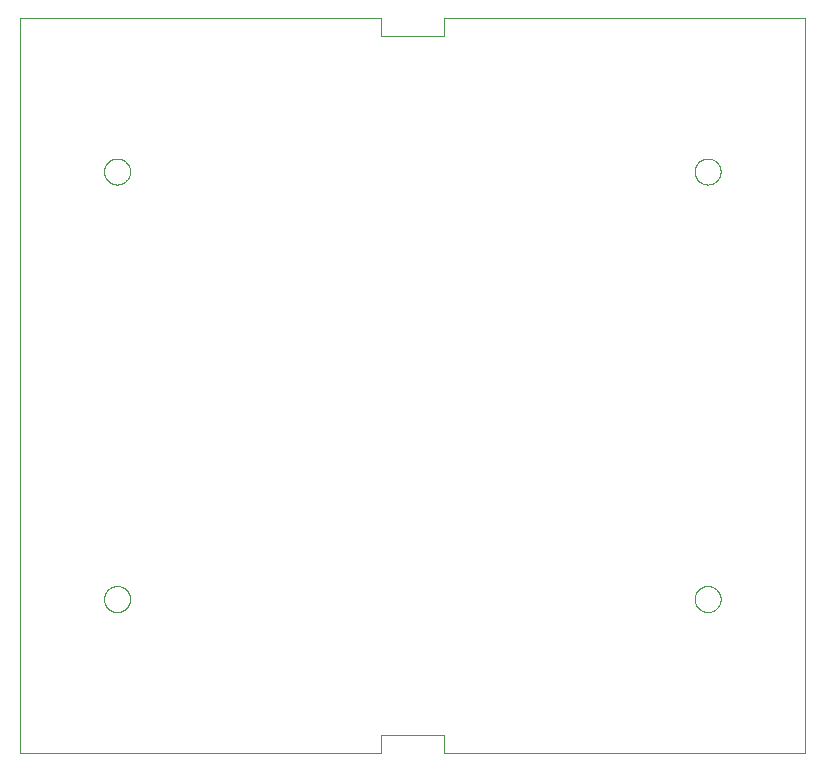
<source format=gtp>
G04 EAGLE Gerber RS-274X export*
G75*
%MOMM*%
%FSLAX34Y34*%
%LPD*%
%INPaste Mask Top*%
%IPPOS*%
%AMOC8*
5,1,8,0,0,1.08239X$1,22.5*%
G01*
%ADD10C,0.000000*%


D10*
X0Y0D02*
X306000Y0D01*
X306000Y15000D01*
X359000Y15000D01*
X359000Y0D01*
X665000Y0D01*
X665000Y622000D01*
X359000Y622000D01*
X359000Y607000D01*
X306000Y607000D01*
X306000Y622000D01*
X0Y622000D01*
X0Y0D01*
X71500Y492000D02*
X71503Y492270D01*
X71513Y492540D01*
X71530Y492809D01*
X71553Y493078D01*
X71583Y493347D01*
X71619Y493614D01*
X71662Y493881D01*
X71711Y494146D01*
X71767Y494410D01*
X71830Y494673D01*
X71898Y494934D01*
X71974Y495193D01*
X72055Y495450D01*
X72143Y495706D01*
X72237Y495959D01*
X72337Y496210D01*
X72444Y496458D01*
X72556Y496703D01*
X72675Y496946D01*
X72799Y497185D01*
X72929Y497422D01*
X73065Y497655D01*
X73207Y497885D01*
X73354Y498111D01*
X73507Y498334D01*
X73665Y498553D01*
X73828Y498768D01*
X73997Y498978D01*
X74171Y499185D01*
X74350Y499387D01*
X74533Y499585D01*
X74722Y499778D01*
X74915Y499967D01*
X75113Y500150D01*
X75315Y500329D01*
X75522Y500503D01*
X75732Y500672D01*
X75947Y500835D01*
X76166Y500993D01*
X76389Y501146D01*
X76615Y501293D01*
X76845Y501435D01*
X77078Y501571D01*
X77315Y501701D01*
X77554Y501825D01*
X77797Y501944D01*
X78042Y502056D01*
X78290Y502163D01*
X78541Y502263D01*
X78794Y502357D01*
X79050Y502445D01*
X79307Y502526D01*
X79566Y502602D01*
X79827Y502670D01*
X80090Y502733D01*
X80354Y502789D01*
X80619Y502838D01*
X80886Y502881D01*
X81153Y502917D01*
X81422Y502947D01*
X81691Y502970D01*
X81960Y502987D01*
X82230Y502997D01*
X82500Y503000D01*
X82770Y502997D01*
X83040Y502987D01*
X83309Y502970D01*
X83578Y502947D01*
X83847Y502917D01*
X84114Y502881D01*
X84381Y502838D01*
X84646Y502789D01*
X84910Y502733D01*
X85173Y502670D01*
X85434Y502602D01*
X85693Y502526D01*
X85950Y502445D01*
X86206Y502357D01*
X86459Y502263D01*
X86710Y502163D01*
X86958Y502056D01*
X87203Y501944D01*
X87446Y501825D01*
X87685Y501701D01*
X87922Y501571D01*
X88155Y501435D01*
X88385Y501293D01*
X88611Y501146D01*
X88834Y500993D01*
X89053Y500835D01*
X89268Y500672D01*
X89478Y500503D01*
X89685Y500329D01*
X89887Y500150D01*
X90085Y499967D01*
X90278Y499778D01*
X90467Y499585D01*
X90650Y499387D01*
X90829Y499185D01*
X91003Y498978D01*
X91172Y498768D01*
X91335Y498553D01*
X91493Y498334D01*
X91646Y498111D01*
X91793Y497885D01*
X91935Y497655D01*
X92071Y497422D01*
X92201Y497185D01*
X92325Y496946D01*
X92444Y496703D01*
X92556Y496458D01*
X92663Y496210D01*
X92763Y495959D01*
X92857Y495706D01*
X92945Y495450D01*
X93026Y495193D01*
X93102Y494934D01*
X93170Y494673D01*
X93233Y494410D01*
X93289Y494146D01*
X93338Y493881D01*
X93381Y493614D01*
X93417Y493347D01*
X93447Y493078D01*
X93470Y492809D01*
X93487Y492540D01*
X93497Y492270D01*
X93500Y492000D01*
X93497Y491730D01*
X93487Y491460D01*
X93470Y491191D01*
X93447Y490922D01*
X93417Y490653D01*
X93381Y490386D01*
X93338Y490119D01*
X93289Y489854D01*
X93233Y489590D01*
X93170Y489327D01*
X93102Y489066D01*
X93026Y488807D01*
X92945Y488550D01*
X92857Y488294D01*
X92763Y488041D01*
X92663Y487790D01*
X92556Y487542D01*
X92444Y487297D01*
X92325Y487054D01*
X92201Y486815D01*
X92071Y486578D01*
X91935Y486345D01*
X91793Y486115D01*
X91646Y485889D01*
X91493Y485666D01*
X91335Y485447D01*
X91172Y485232D01*
X91003Y485022D01*
X90829Y484815D01*
X90650Y484613D01*
X90467Y484415D01*
X90278Y484222D01*
X90085Y484033D01*
X89887Y483850D01*
X89685Y483671D01*
X89478Y483497D01*
X89268Y483328D01*
X89053Y483165D01*
X88834Y483007D01*
X88611Y482854D01*
X88385Y482707D01*
X88155Y482565D01*
X87922Y482429D01*
X87685Y482299D01*
X87446Y482175D01*
X87203Y482056D01*
X86958Y481944D01*
X86710Y481837D01*
X86459Y481737D01*
X86206Y481643D01*
X85950Y481555D01*
X85693Y481474D01*
X85434Y481398D01*
X85173Y481330D01*
X84910Y481267D01*
X84646Y481211D01*
X84381Y481162D01*
X84114Y481119D01*
X83847Y481083D01*
X83578Y481053D01*
X83309Y481030D01*
X83040Y481013D01*
X82770Y481003D01*
X82500Y481000D01*
X82230Y481003D01*
X81960Y481013D01*
X81691Y481030D01*
X81422Y481053D01*
X81153Y481083D01*
X80886Y481119D01*
X80619Y481162D01*
X80354Y481211D01*
X80090Y481267D01*
X79827Y481330D01*
X79566Y481398D01*
X79307Y481474D01*
X79050Y481555D01*
X78794Y481643D01*
X78541Y481737D01*
X78290Y481837D01*
X78042Y481944D01*
X77797Y482056D01*
X77554Y482175D01*
X77315Y482299D01*
X77078Y482429D01*
X76845Y482565D01*
X76615Y482707D01*
X76389Y482854D01*
X76166Y483007D01*
X75947Y483165D01*
X75732Y483328D01*
X75522Y483497D01*
X75315Y483671D01*
X75113Y483850D01*
X74915Y484033D01*
X74722Y484222D01*
X74533Y484415D01*
X74350Y484613D01*
X74171Y484815D01*
X73997Y485022D01*
X73828Y485232D01*
X73665Y485447D01*
X73507Y485666D01*
X73354Y485889D01*
X73207Y486115D01*
X73065Y486345D01*
X72929Y486578D01*
X72799Y486815D01*
X72675Y487054D01*
X72556Y487297D01*
X72444Y487542D01*
X72337Y487790D01*
X72237Y488041D01*
X72143Y488294D01*
X72055Y488550D01*
X71974Y488807D01*
X71898Y489066D01*
X71830Y489327D01*
X71767Y489590D01*
X71711Y489854D01*
X71662Y490119D01*
X71619Y490386D01*
X71583Y490653D01*
X71553Y490922D01*
X71530Y491191D01*
X71513Y491460D01*
X71503Y491730D01*
X71500Y492000D01*
X571500Y130000D02*
X571503Y130270D01*
X571513Y130540D01*
X571530Y130809D01*
X571553Y131078D01*
X571583Y131347D01*
X571619Y131614D01*
X571662Y131881D01*
X571711Y132146D01*
X571767Y132410D01*
X571830Y132673D01*
X571898Y132934D01*
X571974Y133193D01*
X572055Y133450D01*
X572143Y133706D01*
X572237Y133959D01*
X572337Y134210D01*
X572444Y134458D01*
X572556Y134703D01*
X572675Y134946D01*
X572799Y135185D01*
X572929Y135422D01*
X573065Y135655D01*
X573207Y135885D01*
X573354Y136111D01*
X573507Y136334D01*
X573665Y136553D01*
X573828Y136768D01*
X573997Y136978D01*
X574171Y137185D01*
X574350Y137387D01*
X574533Y137585D01*
X574722Y137778D01*
X574915Y137967D01*
X575113Y138150D01*
X575315Y138329D01*
X575522Y138503D01*
X575732Y138672D01*
X575947Y138835D01*
X576166Y138993D01*
X576389Y139146D01*
X576615Y139293D01*
X576845Y139435D01*
X577078Y139571D01*
X577315Y139701D01*
X577554Y139825D01*
X577797Y139944D01*
X578042Y140056D01*
X578290Y140163D01*
X578541Y140263D01*
X578794Y140357D01*
X579050Y140445D01*
X579307Y140526D01*
X579566Y140602D01*
X579827Y140670D01*
X580090Y140733D01*
X580354Y140789D01*
X580619Y140838D01*
X580886Y140881D01*
X581153Y140917D01*
X581422Y140947D01*
X581691Y140970D01*
X581960Y140987D01*
X582230Y140997D01*
X582500Y141000D01*
X582770Y140997D01*
X583040Y140987D01*
X583309Y140970D01*
X583578Y140947D01*
X583847Y140917D01*
X584114Y140881D01*
X584381Y140838D01*
X584646Y140789D01*
X584910Y140733D01*
X585173Y140670D01*
X585434Y140602D01*
X585693Y140526D01*
X585950Y140445D01*
X586206Y140357D01*
X586459Y140263D01*
X586710Y140163D01*
X586958Y140056D01*
X587203Y139944D01*
X587446Y139825D01*
X587685Y139701D01*
X587922Y139571D01*
X588155Y139435D01*
X588385Y139293D01*
X588611Y139146D01*
X588834Y138993D01*
X589053Y138835D01*
X589268Y138672D01*
X589478Y138503D01*
X589685Y138329D01*
X589887Y138150D01*
X590085Y137967D01*
X590278Y137778D01*
X590467Y137585D01*
X590650Y137387D01*
X590829Y137185D01*
X591003Y136978D01*
X591172Y136768D01*
X591335Y136553D01*
X591493Y136334D01*
X591646Y136111D01*
X591793Y135885D01*
X591935Y135655D01*
X592071Y135422D01*
X592201Y135185D01*
X592325Y134946D01*
X592444Y134703D01*
X592556Y134458D01*
X592663Y134210D01*
X592763Y133959D01*
X592857Y133706D01*
X592945Y133450D01*
X593026Y133193D01*
X593102Y132934D01*
X593170Y132673D01*
X593233Y132410D01*
X593289Y132146D01*
X593338Y131881D01*
X593381Y131614D01*
X593417Y131347D01*
X593447Y131078D01*
X593470Y130809D01*
X593487Y130540D01*
X593497Y130270D01*
X593500Y130000D01*
X593497Y129730D01*
X593487Y129460D01*
X593470Y129191D01*
X593447Y128922D01*
X593417Y128653D01*
X593381Y128386D01*
X593338Y128119D01*
X593289Y127854D01*
X593233Y127590D01*
X593170Y127327D01*
X593102Y127066D01*
X593026Y126807D01*
X592945Y126550D01*
X592857Y126294D01*
X592763Y126041D01*
X592663Y125790D01*
X592556Y125542D01*
X592444Y125297D01*
X592325Y125054D01*
X592201Y124815D01*
X592071Y124578D01*
X591935Y124345D01*
X591793Y124115D01*
X591646Y123889D01*
X591493Y123666D01*
X591335Y123447D01*
X591172Y123232D01*
X591003Y123022D01*
X590829Y122815D01*
X590650Y122613D01*
X590467Y122415D01*
X590278Y122222D01*
X590085Y122033D01*
X589887Y121850D01*
X589685Y121671D01*
X589478Y121497D01*
X589268Y121328D01*
X589053Y121165D01*
X588834Y121007D01*
X588611Y120854D01*
X588385Y120707D01*
X588155Y120565D01*
X587922Y120429D01*
X587685Y120299D01*
X587446Y120175D01*
X587203Y120056D01*
X586958Y119944D01*
X586710Y119837D01*
X586459Y119737D01*
X586206Y119643D01*
X585950Y119555D01*
X585693Y119474D01*
X585434Y119398D01*
X585173Y119330D01*
X584910Y119267D01*
X584646Y119211D01*
X584381Y119162D01*
X584114Y119119D01*
X583847Y119083D01*
X583578Y119053D01*
X583309Y119030D01*
X583040Y119013D01*
X582770Y119003D01*
X582500Y119000D01*
X582230Y119003D01*
X581960Y119013D01*
X581691Y119030D01*
X581422Y119053D01*
X581153Y119083D01*
X580886Y119119D01*
X580619Y119162D01*
X580354Y119211D01*
X580090Y119267D01*
X579827Y119330D01*
X579566Y119398D01*
X579307Y119474D01*
X579050Y119555D01*
X578794Y119643D01*
X578541Y119737D01*
X578290Y119837D01*
X578042Y119944D01*
X577797Y120056D01*
X577554Y120175D01*
X577315Y120299D01*
X577078Y120429D01*
X576845Y120565D01*
X576615Y120707D01*
X576389Y120854D01*
X576166Y121007D01*
X575947Y121165D01*
X575732Y121328D01*
X575522Y121497D01*
X575315Y121671D01*
X575113Y121850D01*
X574915Y122033D01*
X574722Y122222D01*
X574533Y122415D01*
X574350Y122613D01*
X574171Y122815D01*
X573997Y123022D01*
X573828Y123232D01*
X573665Y123447D01*
X573507Y123666D01*
X573354Y123889D01*
X573207Y124115D01*
X573065Y124345D01*
X572929Y124578D01*
X572799Y124815D01*
X572675Y125054D01*
X572556Y125297D01*
X572444Y125542D01*
X572337Y125790D01*
X572237Y126041D01*
X572143Y126294D01*
X572055Y126550D01*
X571974Y126807D01*
X571898Y127066D01*
X571830Y127327D01*
X571767Y127590D01*
X571711Y127854D01*
X571662Y128119D01*
X571619Y128386D01*
X571583Y128653D01*
X571553Y128922D01*
X571530Y129191D01*
X571513Y129460D01*
X571503Y129730D01*
X571500Y130000D01*
X71500Y130000D02*
X71503Y130270D01*
X71513Y130540D01*
X71530Y130809D01*
X71553Y131078D01*
X71583Y131347D01*
X71619Y131614D01*
X71662Y131881D01*
X71711Y132146D01*
X71767Y132410D01*
X71830Y132673D01*
X71898Y132934D01*
X71974Y133193D01*
X72055Y133450D01*
X72143Y133706D01*
X72237Y133959D01*
X72337Y134210D01*
X72444Y134458D01*
X72556Y134703D01*
X72675Y134946D01*
X72799Y135185D01*
X72929Y135422D01*
X73065Y135655D01*
X73207Y135885D01*
X73354Y136111D01*
X73507Y136334D01*
X73665Y136553D01*
X73828Y136768D01*
X73997Y136978D01*
X74171Y137185D01*
X74350Y137387D01*
X74533Y137585D01*
X74722Y137778D01*
X74915Y137967D01*
X75113Y138150D01*
X75315Y138329D01*
X75522Y138503D01*
X75732Y138672D01*
X75947Y138835D01*
X76166Y138993D01*
X76389Y139146D01*
X76615Y139293D01*
X76845Y139435D01*
X77078Y139571D01*
X77315Y139701D01*
X77554Y139825D01*
X77797Y139944D01*
X78042Y140056D01*
X78290Y140163D01*
X78541Y140263D01*
X78794Y140357D01*
X79050Y140445D01*
X79307Y140526D01*
X79566Y140602D01*
X79827Y140670D01*
X80090Y140733D01*
X80354Y140789D01*
X80619Y140838D01*
X80886Y140881D01*
X81153Y140917D01*
X81422Y140947D01*
X81691Y140970D01*
X81960Y140987D01*
X82230Y140997D01*
X82500Y141000D01*
X82770Y140997D01*
X83040Y140987D01*
X83309Y140970D01*
X83578Y140947D01*
X83847Y140917D01*
X84114Y140881D01*
X84381Y140838D01*
X84646Y140789D01*
X84910Y140733D01*
X85173Y140670D01*
X85434Y140602D01*
X85693Y140526D01*
X85950Y140445D01*
X86206Y140357D01*
X86459Y140263D01*
X86710Y140163D01*
X86958Y140056D01*
X87203Y139944D01*
X87446Y139825D01*
X87685Y139701D01*
X87922Y139571D01*
X88155Y139435D01*
X88385Y139293D01*
X88611Y139146D01*
X88834Y138993D01*
X89053Y138835D01*
X89268Y138672D01*
X89478Y138503D01*
X89685Y138329D01*
X89887Y138150D01*
X90085Y137967D01*
X90278Y137778D01*
X90467Y137585D01*
X90650Y137387D01*
X90829Y137185D01*
X91003Y136978D01*
X91172Y136768D01*
X91335Y136553D01*
X91493Y136334D01*
X91646Y136111D01*
X91793Y135885D01*
X91935Y135655D01*
X92071Y135422D01*
X92201Y135185D01*
X92325Y134946D01*
X92444Y134703D01*
X92556Y134458D01*
X92663Y134210D01*
X92763Y133959D01*
X92857Y133706D01*
X92945Y133450D01*
X93026Y133193D01*
X93102Y132934D01*
X93170Y132673D01*
X93233Y132410D01*
X93289Y132146D01*
X93338Y131881D01*
X93381Y131614D01*
X93417Y131347D01*
X93447Y131078D01*
X93470Y130809D01*
X93487Y130540D01*
X93497Y130270D01*
X93500Y130000D01*
X93497Y129730D01*
X93487Y129460D01*
X93470Y129191D01*
X93447Y128922D01*
X93417Y128653D01*
X93381Y128386D01*
X93338Y128119D01*
X93289Y127854D01*
X93233Y127590D01*
X93170Y127327D01*
X93102Y127066D01*
X93026Y126807D01*
X92945Y126550D01*
X92857Y126294D01*
X92763Y126041D01*
X92663Y125790D01*
X92556Y125542D01*
X92444Y125297D01*
X92325Y125054D01*
X92201Y124815D01*
X92071Y124578D01*
X91935Y124345D01*
X91793Y124115D01*
X91646Y123889D01*
X91493Y123666D01*
X91335Y123447D01*
X91172Y123232D01*
X91003Y123022D01*
X90829Y122815D01*
X90650Y122613D01*
X90467Y122415D01*
X90278Y122222D01*
X90085Y122033D01*
X89887Y121850D01*
X89685Y121671D01*
X89478Y121497D01*
X89268Y121328D01*
X89053Y121165D01*
X88834Y121007D01*
X88611Y120854D01*
X88385Y120707D01*
X88155Y120565D01*
X87922Y120429D01*
X87685Y120299D01*
X87446Y120175D01*
X87203Y120056D01*
X86958Y119944D01*
X86710Y119837D01*
X86459Y119737D01*
X86206Y119643D01*
X85950Y119555D01*
X85693Y119474D01*
X85434Y119398D01*
X85173Y119330D01*
X84910Y119267D01*
X84646Y119211D01*
X84381Y119162D01*
X84114Y119119D01*
X83847Y119083D01*
X83578Y119053D01*
X83309Y119030D01*
X83040Y119013D01*
X82770Y119003D01*
X82500Y119000D01*
X82230Y119003D01*
X81960Y119013D01*
X81691Y119030D01*
X81422Y119053D01*
X81153Y119083D01*
X80886Y119119D01*
X80619Y119162D01*
X80354Y119211D01*
X80090Y119267D01*
X79827Y119330D01*
X79566Y119398D01*
X79307Y119474D01*
X79050Y119555D01*
X78794Y119643D01*
X78541Y119737D01*
X78290Y119837D01*
X78042Y119944D01*
X77797Y120056D01*
X77554Y120175D01*
X77315Y120299D01*
X77078Y120429D01*
X76845Y120565D01*
X76615Y120707D01*
X76389Y120854D01*
X76166Y121007D01*
X75947Y121165D01*
X75732Y121328D01*
X75522Y121497D01*
X75315Y121671D01*
X75113Y121850D01*
X74915Y122033D01*
X74722Y122222D01*
X74533Y122415D01*
X74350Y122613D01*
X74171Y122815D01*
X73997Y123022D01*
X73828Y123232D01*
X73665Y123447D01*
X73507Y123666D01*
X73354Y123889D01*
X73207Y124115D01*
X73065Y124345D01*
X72929Y124578D01*
X72799Y124815D01*
X72675Y125054D01*
X72556Y125297D01*
X72444Y125542D01*
X72337Y125790D01*
X72237Y126041D01*
X72143Y126294D01*
X72055Y126550D01*
X71974Y126807D01*
X71898Y127066D01*
X71830Y127327D01*
X71767Y127590D01*
X71711Y127854D01*
X71662Y128119D01*
X71619Y128386D01*
X71583Y128653D01*
X71553Y128922D01*
X71530Y129191D01*
X71513Y129460D01*
X71503Y129730D01*
X71500Y130000D01*
X571500Y492000D02*
X571503Y492270D01*
X571513Y492540D01*
X571530Y492809D01*
X571553Y493078D01*
X571583Y493347D01*
X571619Y493614D01*
X571662Y493881D01*
X571711Y494146D01*
X571767Y494410D01*
X571830Y494673D01*
X571898Y494934D01*
X571974Y495193D01*
X572055Y495450D01*
X572143Y495706D01*
X572237Y495959D01*
X572337Y496210D01*
X572444Y496458D01*
X572556Y496703D01*
X572675Y496946D01*
X572799Y497185D01*
X572929Y497422D01*
X573065Y497655D01*
X573207Y497885D01*
X573354Y498111D01*
X573507Y498334D01*
X573665Y498553D01*
X573828Y498768D01*
X573997Y498978D01*
X574171Y499185D01*
X574350Y499387D01*
X574533Y499585D01*
X574722Y499778D01*
X574915Y499967D01*
X575113Y500150D01*
X575315Y500329D01*
X575522Y500503D01*
X575732Y500672D01*
X575947Y500835D01*
X576166Y500993D01*
X576389Y501146D01*
X576615Y501293D01*
X576845Y501435D01*
X577078Y501571D01*
X577315Y501701D01*
X577554Y501825D01*
X577797Y501944D01*
X578042Y502056D01*
X578290Y502163D01*
X578541Y502263D01*
X578794Y502357D01*
X579050Y502445D01*
X579307Y502526D01*
X579566Y502602D01*
X579827Y502670D01*
X580090Y502733D01*
X580354Y502789D01*
X580619Y502838D01*
X580886Y502881D01*
X581153Y502917D01*
X581422Y502947D01*
X581691Y502970D01*
X581960Y502987D01*
X582230Y502997D01*
X582500Y503000D01*
X582770Y502997D01*
X583040Y502987D01*
X583309Y502970D01*
X583578Y502947D01*
X583847Y502917D01*
X584114Y502881D01*
X584381Y502838D01*
X584646Y502789D01*
X584910Y502733D01*
X585173Y502670D01*
X585434Y502602D01*
X585693Y502526D01*
X585950Y502445D01*
X586206Y502357D01*
X586459Y502263D01*
X586710Y502163D01*
X586958Y502056D01*
X587203Y501944D01*
X587446Y501825D01*
X587685Y501701D01*
X587922Y501571D01*
X588155Y501435D01*
X588385Y501293D01*
X588611Y501146D01*
X588834Y500993D01*
X589053Y500835D01*
X589268Y500672D01*
X589478Y500503D01*
X589685Y500329D01*
X589887Y500150D01*
X590085Y499967D01*
X590278Y499778D01*
X590467Y499585D01*
X590650Y499387D01*
X590829Y499185D01*
X591003Y498978D01*
X591172Y498768D01*
X591335Y498553D01*
X591493Y498334D01*
X591646Y498111D01*
X591793Y497885D01*
X591935Y497655D01*
X592071Y497422D01*
X592201Y497185D01*
X592325Y496946D01*
X592444Y496703D01*
X592556Y496458D01*
X592663Y496210D01*
X592763Y495959D01*
X592857Y495706D01*
X592945Y495450D01*
X593026Y495193D01*
X593102Y494934D01*
X593170Y494673D01*
X593233Y494410D01*
X593289Y494146D01*
X593338Y493881D01*
X593381Y493614D01*
X593417Y493347D01*
X593447Y493078D01*
X593470Y492809D01*
X593487Y492540D01*
X593497Y492270D01*
X593500Y492000D01*
X593497Y491730D01*
X593487Y491460D01*
X593470Y491191D01*
X593447Y490922D01*
X593417Y490653D01*
X593381Y490386D01*
X593338Y490119D01*
X593289Y489854D01*
X593233Y489590D01*
X593170Y489327D01*
X593102Y489066D01*
X593026Y488807D01*
X592945Y488550D01*
X592857Y488294D01*
X592763Y488041D01*
X592663Y487790D01*
X592556Y487542D01*
X592444Y487297D01*
X592325Y487054D01*
X592201Y486815D01*
X592071Y486578D01*
X591935Y486345D01*
X591793Y486115D01*
X591646Y485889D01*
X591493Y485666D01*
X591335Y485447D01*
X591172Y485232D01*
X591003Y485022D01*
X590829Y484815D01*
X590650Y484613D01*
X590467Y484415D01*
X590278Y484222D01*
X590085Y484033D01*
X589887Y483850D01*
X589685Y483671D01*
X589478Y483497D01*
X589268Y483328D01*
X589053Y483165D01*
X588834Y483007D01*
X588611Y482854D01*
X588385Y482707D01*
X588155Y482565D01*
X587922Y482429D01*
X587685Y482299D01*
X587446Y482175D01*
X587203Y482056D01*
X586958Y481944D01*
X586710Y481837D01*
X586459Y481737D01*
X586206Y481643D01*
X585950Y481555D01*
X585693Y481474D01*
X585434Y481398D01*
X585173Y481330D01*
X584910Y481267D01*
X584646Y481211D01*
X584381Y481162D01*
X584114Y481119D01*
X583847Y481083D01*
X583578Y481053D01*
X583309Y481030D01*
X583040Y481013D01*
X582770Y481003D01*
X582500Y481000D01*
X582230Y481003D01*
X581960Y481013D01*
X581691Y481030D01*
X581422Y481053D01*
X581153Y481083D01*
X580886Y481119D01*
X580619Y481162D01*
X580354Y481211D01*
X580090Y481267D01*
X579827Y481330D01*
X579566Y481398D01*
X579307Y481474D01*
X579050Y481555D01*
X578794Y481643D01*
X578541Y481737D01*
X578290Y481837D01*
X578042Y481944D01*
X577797Y482056D01*
X577554Y482175D01*
X577315Y482299D01*
X577078Y482429D01*
X576845Y482565D01*
X576615Y482707D01*
X576389Y482854D01*
X576166Y483007D01*
X575947Y483165D01*
X575732Y483328D01*
X575522Y483497D01*
X575315Y483671D01*
X575113Y483850D01*
X574915Y484033D01*
X574722Y484222D01*
X574533Y484415D01*
X574350Y484613D01*
X574171Y484815D01*
X573997Y485022D01*
X573828Y485232D01*
X573665Y485447D01*
X573507Y485666D01*
X573354Y485889D01*
X573207Y486115D01*
X573065Y486345D01*
X572929Y486578D01*
X572799Y486815D01*
X572675Y487054D01*
X572556Y487297D01*
X572444Y487542D01*
X572337Y487790D01*
X572237Y488041D01*
X572143Y488294D01*
X572055Y488550D01*
X571974Y488807D01*
X571898Y489066D01*
X571830Y489327D01*
X571767Y489590D01*
X571711Y489854D01*
X571662Y490119D01*
X571619Y490386D01*
X571583Y490653D01*
X571553Y490922D01*
X571530Y491191D01*
X571513Y491460D01*
X571503Y491730D01*
X571500Y492000D01*
M02*

</source>
